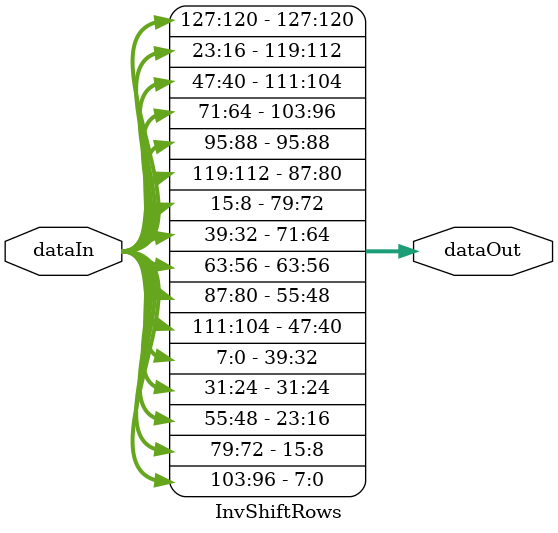
<source format=v>
module InvShiftRows (
  input  [127:0] dataIn,
    output [127:0] dataOut
	);
	
	//Inverse Shift Rows

	//first column
	assign dataOut[127:120] = dataIn[127:120];
	assign dataOut[87:80] = dataIn[119:112];
	assign dataOut[47:40] = dataIn[111:104];
	assign dataOut[7:0] = dataIn[103:96];

	//second column
	assign dataOut[95:88] = dataIn[95:88];
	assign dataOut[55:48] = dataIn[87:80];
	assign dataOut[15:8] = dataIn[79:72];
	assign dataOut[103:96] = dataIn[71:64];

	//third column
	assign dataOut[63:56] = dataIn[63:56];
	assign dataOut[23:16] = dataIn[55:48];
	assign dataOut[111:104] = dataIn[47:40];
	assign dataOut[71:64] = dataIn[39:32];

	//forth column 
	assign dataOut[31:24] = dataIn[31:24];
	assign dataOut[119:112] = dataIn[23:16];
	assign dataOut[79:72] = dataIn[15:8];
	assign dataOut[39:32] = dataIn[7:0];

    
endmodule
</source>
